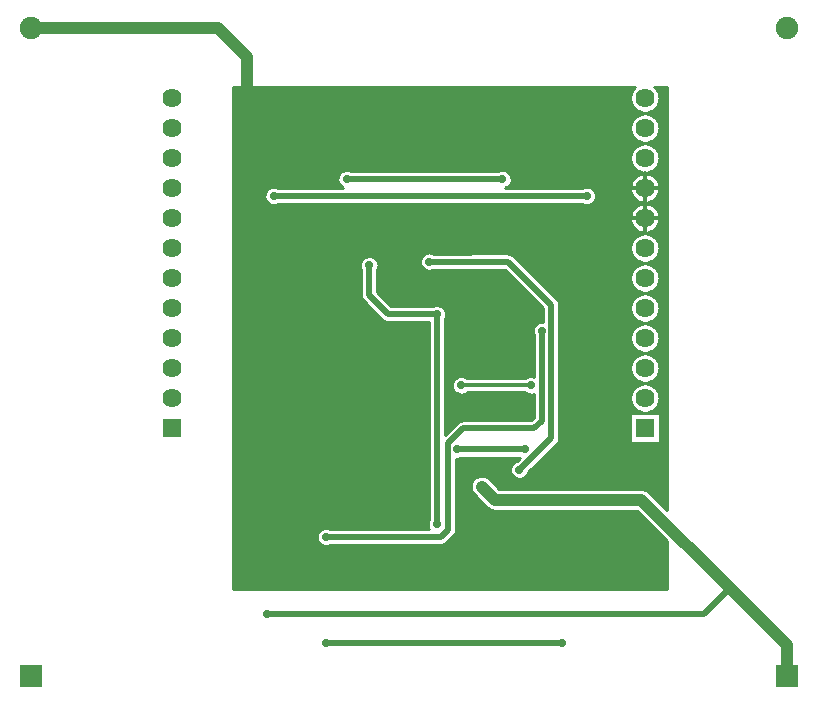
<source format=gbr>
G04 DipTrace 2.4.0.2*
%INBottom.gbr*%
%MOMM*%
%ADD14C,0.3*%
%ADD15C,0.25*%
%ADD16C,1.0*%
%ADD17C,0.5*%
%ADD21R,1.9X1.9*%
%ADD22C,1.9*%
%ADD26R,1.62X1.62*%
%ADD27C,1.62*%
%ADD34C,0.5*%
%ADD40C,0.7*%
%ADD41C,1.016*%
%FSLAX53Y53*%
G04*
G71*
G90*
G75*
G01*
%LNBottom*%
%LPD*%
X27580Y98770D2*
D16*
X43459D1*
X45926Y96303D1*
Y91064D1*
X68947Y61377D2*
D17*
X71646Y64076D1*
Y75346D1*
X67995Y78998D1*
X61326D1*
X52580Y55675D2*
X62295D1*
X62914Y56294D1*
Y63599D1*
X64183Y64868D1*
X70215D1*
X70851Y65504D1*
Y73124D1*
X52580Y46711D2*
X72580D1*
X69453Y63091D2*
X63708D1*
X91580Y43910D2*
D16*
Y46522D1*
X86769Y51333D1*
X79267Y58834D1*
X66883D1*
X65772Y59946D1*
X47580Y49140D2*
D17*
X84576D1*
X86769Y51333D1*
X61962Y74552D2*
X57834D1*
X56246Y76140D1*
Y78695D1*
X61962Y74552D2*
Y56770D1*
X67518Y85983D2*
X54326D1*
X64026Y68520D2*
D14*
X69899D1*
X74663Y84554D2*
D17*
X48149D1*
D40*
X68947Y61377D3*
X61326Y78998D3*
D3*
X52580Y55675D3*
X70851Y73124D3*
X72580Y46711D3*
X52580D3*
X69453Y63091D3*
X63708D3*
D41*
X65772Y59946D3*
D40*
X47580Y49140D3*
X61962Y74552D3*
X56246Y78695D3*
X61962Y56770D3*
Y74552D3*
X67518Y85983D3*
X54326D3*
X64026Y68520D3*
X69899D3*
X74663Y84554D3*
X48149D3*
D41*
X61167Y77093D3*
X67041Y80903D3*
X52595Y82808D3*
X58945Y92332D3*
X61485D3*
X73550Y75505D3*
Y73600D3*
Y71695D3*
X64978Y80903D3*
D40*
X67200Y72965D3*
Y71854D3*
Y70743D3*
X61009Y72965D3*
Y71854D3*
Y70743D3*
D41*
X57834Y59947D3*
Y58042D3*
X56246Y64709D3*
X72281Y55500D3*
X56246Y67725D3*
X75457Y55500D3*
X74980Y73600D3*
X68946Y70425D3*
Y66456D3*
X64080Y52640D3*
X67255D3*
X53905D3*
X57080D3*
X72281Y61000D3*
X75457D3*
X44730Y93548D2*
D15*
X78530D1*
X80630D2*
X81430D1*
X44730Y93302D2*
X78401D1*
X80759D2*
X81430D1*
X44730Y93055D2*
X78330D1*
X80830D2*
X81430D1*
X44730Y92808D2*
X78311D1*
X80849D2*
X81430D1*
X44730Y92562D2*
X78342D1*
X80818D2*
X81430D1*
X44730Y92315D2*
X78428D1*
X80732D2*
X81430D1*
X44730Y92068D2*
X78576D1*
X80584D2*
X81430D1*
X44730Y91822D2*
X78838D1*
X80322D2*
X81430D1*
X44730Y91575D2*
X81430D1*
X44730Y91328D2*
X78854D1*
X80306D2*
X81430D1*
X44730Y91082D2*
X78588D1*
X80572D2*
X81430D1*
X44730Y90835D2*
X78432D1*
X80728D2*
X81430D1*
X44730Y90588D2*
X78346D1*
X80814D2*
X81430D1*
X44730Y90342D2*
X78311D1*
X80849D2*
X81430D1*
X44730Y90095D2*
X78326D1*
X80834D2*
X81430D1*
X44730Y89848D2*
X78397D1*
X80763D2*
X81430D1*
X44730Y89602D2*
X78526D1*
X80634D2*
X81430D1*
X44730Y89355D2*
X78744D1*
X80416D2*
X81430D1*
X44730Y89108D2*
X79198D1*
X79962D2*
X81430D1*
X44730Y88862D2*
X78975D1*
X80185D2*
X81430D1*
X44730Y88615D2*
X78651D1*
X80509D2*
X81430D1*
X44730Y88368D2*
X78471D1*
X80689D2*
X81430D1*
X44730Y88122D2*
X78366D1*
X80794D2*
X81430D1*
X44730Y87875D2*
X78315D1*
X80845D2*
X81430D1*
X44730Y87628D2*
X78319D1*
X80841D2*
X81430D1*
X44730Y87382D2*
X78369D1*
X80791D2*
X81430D1*
X44730Y87135D2*
X78479D1*
X80681D2*
X81430D1*
X44730Y86888D2*
X78666D1*
X80494D2*
X81430D1*
X44730Y86642D2*
X53873D1*
X67970D2*
X79010D1*
X80150D2*
X81430D1*
X44730Y86395D2*
X53631D1*
X68212D2*
X79143D1*
X80017D2*
X81430D1*
X44730Y86148D2*
X53534D1*
X68310D2*
X78725D1*
X80435D2*
X81430D1*
X44730Y85902D2*
X53522D1*
X68322D2*
X78514D1*
X80646D2*
X81430D1*
X44730Y85655D2*
X53588D1*
X68255D2*
X78389D1*
X80771D2*
X81430D1*
X44730Y85408D2*
X53768D1*
X68076D2*
X78326D1*
X80834D2*
X81430D1*
X44730Y85162D2*
X47627D1*
X75185D2*
X78311D1*
X80849D2*
X81430D1*
X44730Y84915D2*
X47428D1*
X75384D2*
X78350D1*
X80810D2*
X81430D1*
X44730Y84668D2*
X47346D1*
X75462D2*
X78440D1*
X80720D2*
X81430D1*
X44730Y84422D2*
X47350D1*
X75462D2*
X78600D1*
X80560D2*
X81430D1*
X44730Y84175D2*
X47436D1*
X75373D2*
X78877D1*
X80283D2*
X81430D1*
X44730Y83928D2*
X47651D1*
X75162D2*
X81430D1*
X44730Y83682D2*
X78815D1*
X80345D2*
X81430D1*
X44730Y83435D2*
X78565D1*
X80595D2*
X81430D1*
X44730Y83188D2*
X78420D1*
X80740D2*
X81430D1*
X44730Y82942D2*
X78338D1*
X80822D2*
X81430D1*
X44730Y82695D2*
X78311D1*
X80849D2*
X81430D1*
X44730Y82448D2*
X78330D1*
X80830D2*
X81430D1*
X44730Y82202D2*
X78405D1*
X80755D2*
X81430D1*
X44730Y81955D2*
X78545D1*
X80615D2*
X81430D1*
X44730Y81708D2*
X78776D1*
X80384D2*
X81430D1*
X44730Y81462D2*
X79299D1*
X79861D2*
X81430D1*
X44730Y81215D2*
X78928D1*
X80232D2*
X81430D1*
X44730Y80968D2*
X78627D1*
X80533D2*
X81430D1*
X44730Y80722D2*
X78455D1*
X80705D2*
X81430D1*
X44730Y80475D2*
X78358D1*
X80802D2*
X81430D1*
X44730Y80228D2*
X78315D1*
X80845D2*
X81430D1*
X44730Y79982D2*
X78319D1*
X80841D2*
X81430D1*
X44730Y79735D2*
X61034D1*
X61619D2*
X78377D1*
X80783D2*
X81430D1*
X44730Y79488D2*
X60690D1*
X68498D2*
X78494D1*
X80666D2*
X81430D1*
X44730Y79242D2*
X55659D1*
X56834D2*
X60557D1*
X68744D2*
X78694D1*
X80466D2*
X81430D1*
X44730Y78995D2*
X55494D1*
X56998D2*
X60518D1*
X68990D2*
X79069D1*
X80091D2*
X81430D1*
X44730Y78748D2*
X55440D1*
X57052D2*
X60557D1*
X69236D2*
X79076D1*
X80084D2*
X81430D1*
X44730Y78502D2*
X55459D1*
X57033D2*
X60694D1*
X69482D2*
X78698D1*
X80462D2*
X81430D1*
X44730Y78255D2*
X55537D1*
X56955D2*
X61049D1*
X61603D2*
X67744D1*
X69732D2*
X78498D1*
X80662D2*
X81430D1*
X44730Y78008D2*
X55537D1*
X56955D2*
X67991D1*
X69978D2*
X78381D1*
X80779D2*
X81430D1*
X44730Y77762D2*
X55537D1*
X56955D2*
X68237D1*
X70224D2*
X78323D1*
X80837D2*
X81430D1*
X44730Y77515D2*
X55537D1*
X56955D2*
X68483D1*
X70470D2*
X78315D1*
X80845D2*
X81430D1*
X44730Y77268D2*
X55537D1*
X56955D2*
X68729D1*
X70716D2*
X78354D1*
X80806D2*
X81430D1*
X44730Y77022D2*
X55537D1*
X56955D2*
X68979D1*
X70962D2*
X78451D1*
X80709D2*
X81430D1*
X44730Y76775D2*
X55537D1*
X56955D2*
X69225D1*
X71212D2*
X78623D1*
X80537D2*
X81430D1*
X44730Y76528D2*
X55537D1*
X56955D2*
X69471D1*
X71459D2*
X78920D1*
X80240D2*
X81430D1*
X44730Y76282D2*
X55537D1*
X57099D2*
X69717D1*
X71705D2*
X79319D1*
X79841D2*
X81430D1*
X44730Y76035D2*
X55545D1*
X57345D2*
X69963D1*
X71951D2*
X78780D1*
X80380D2*
X81430D1*
X44730Y75788D2*
X55635D1*
X57591D2*
X70209D1*
X72193D2*
X78545D1*
X80615D2*
X81430D1*
X44730Y75542D2*
X55850D1*
X57837D2*
X70455D1*
X72326D2*
X78409D1*
X80752D2*
X81430D1*
X44730Y75295D2*
X56096D1*
X58084D2*
X61682D1*
X62240D2*
X70705D1*
X72357D2*
X78334D1*
X80826D2*
X81430D1*
X44730Y75048D2*
X56346D1*
X62595D2*
X70936D1*
X72357D2*
X78311D1*
X80849D2*
X81430D1*
X44730Y74802D2*
X56592D1*
X62732D2*
X70936D1*
X72357D2*
X78338D1*
X80822D2*
X81430D1*
X44730Y74555D2*
X56838D1*
X62771D2*
X70936D1*
X72357D2*
X78416D1*
X80744D2*
X81430D1*
X44730Y74308D2*
X57084D1*
X62732D2*
X70936D1*
X72357D2*
X78565D1*
X80595D2*
X81430D1*
X44730Y74062D2*
X57330D1*
X62669D2*
X70936D1*
X72357D2*
X78811D1*
X80349D2*
X81430D1*
X44730Y73815D2*
X61252D1*
X62669D2*
X70455D1*
X72357D2*
X81430D1*
X44730Y73568D2*
X61252D1*
X62669D2*
X70178D1*
X72357D2*
X78885D1*
X80275D2*
X81430D1*
X44730Y73322D2*
X61252D1*
X62669D2*
X70069D1*
X72357D2*
X78604D1*
X80556D2*
X81430D1*
X44730Y73075D2*
X61252D1*
X62669D2*
X70041D1*
X72357D2*
X78440D1*
X80720D2*
X81430D1*
X44730Y72828D2*
X61252D1*
X62669D2*
X63100D1*
X64037D2*
X64600D1*
X65537D2*
X70100D1*
X72357D2*
X78350D1*
X80810D2*
X81430D1*
X44730Y72582D2*
X61252D1*
X62669D2*
X62916D1*
X64220D2*
X64416D1*
X65720D2*
X70143D1*
X72357D2*
X78311D1*
X80849D2*
X81430D1*
X44730Y72335D2*
X61252D1*
X62669D2*
X62862D1*
X65779D2*
X70143D1*
X72357D2*
X78323D1*
X80837D2*
X81430D1*
X44730Y72088D2*
X61252D1*
X62669D2*
X62897D1*
X65744D2*
X70143D1*
X72357D2*
X78389D1*
X80771D2*
X81430D1*
X44730Y71842D2*
X61252D1*
X62669D2*
X63041D1*
X65595D2*
X70143D1*
X72357D2*
X78510D1*
X80650D2*
X81430D1*
X44730Y71595D2*
X61252D1*
X62669D2*
X62924D1*
X65716D2*
X70143D1*
X72357D2*
X78721D1*
X80439D2*
X81430D1*
X44730Y71348D2*
X61252D1*
X62669D2*
X62862D1*
X65779D2*
X70143D1*
X72357D2*
X79135D1*
X80025D2*
X81430D1*
X44730Y71102D2*
X61252D1*
X62669D2*
X62893D1*
X64248D2*
X64390D1*
X65748D2*
X70143D1*
X72357D2*
X79014D1*
X80146D2*
X81430D1*
X44730Y70855D2*
X61252D1*
X62669D2*
X63030D1*
X64107D2*
X64530D1*
X65607D2*
X70143D1*
X72357D2*
X78670D1*
X80490D2*
X81430D1*
X44730Y70608D2*
X61252D1*
X62669D2*
X70143D1*
X72357D2*
X78479D1*
X80681D2*
X81430D1*
X44730Y70362D2*
X61252D1*
X62669D2*
X70143D1*
X72357D2*
X78369D1*
X80791D2*
X81430D1*
X44730Y70115D2*
X61252D1*
X62669D2*
X70143D1*
X72357D2*
X78319D1*
X80841D2*
X81430D1*
X44730Y69868D2*
X61252D1*
X62669D2*
X70143D1*
X72357D2*
X78315D1*
X80845D2*
X81430D1*
X44730Y69622D2*
X61252D1*
X62669D2*
X70143D1*
X72357D2*
X78362D1*
X80798D2*
X81430D1*
X44730Y69375D2*
X61252D1*
X62669D2*
X70143D1*
X72357D2*
X78467D1*
X80693D2*
X81430D1*
X44730Y69128D2*
X61252D1*
X62669D2*
X63506D1*
X64548D2*
X69377D1*
X72357D2*
X78647D1*
X80513D2*
X81430D1*
X44730Y68882D2*
X61252D1*
X62669D2*
X63303D1*
X72357D2*
X78971D1*
X80189D2*
X81430D1*
X44730Y68635D2*
X61252D1*
X62669D2*
X63225D1*
X72357D2*
X79205D1*
X79955D2*
X81430D1*
X44730Y68388D2*
X61252D1*
X62669D2*
X63229D1*
X72357D2*
X78748D1*
X80412D2*
X81430D1*
X44730Y68142D2*
X61252D1*
X62669D2*
X63315D1*
X72357D2*
X78526D1*
X80634D2*
X81430D1*
X44730Y67895D2*
X61252D1*
X62669D2*
X63526D1*
X64525D2*
X69401D1*
X72357D2*
X78397D1*
X80763D2*
X81430D1*
X44730Y67648D2*
X61252D1*
X62669D2*
X70143D1*
X72357D2*
X78326D1*
X80834D2*
X81430D1*
X44730Y67402D2*
X61252D1*
X62669D2*
X70143D1*
X72357D2*
X78311D1*
X80849D2*
X81430D1*
X44730Y67155D2*
X61252D1*
X62669D2*
X70143D1*
X72357D2*
X78342D1*
X80818D2*
X81430D1*
X44730Y66908D2*
X61252D1*
X62669D2*
X70143D1*
X72357D2*
X78428D1*
X80732D2*
X81430D1*
X44730Y66662D2*
X61252D1*
X62669D2*
X70143D1*
X72357D2*
X78584D1*
X80576D2*
X81430D1*
X44730Y66415D2*
X61252D1*
X62669D2*
X70143D1*
X72357D2*
X78850D1*
X80310D2*
X81430D1*
X44730Y66168D2*
X61252D1*
X62669D2*
X70143D1*
X72357D2*
X81430D1*
X44730Y65922D2*
X61252D1*
X62669D2*
X70143D1*
X72357D2*
X78311D1*
X80849D2*
X81430D1*
X44730Y65675D2*
X61252D1*
X62669D2*
X70030D1*
X72357D2*
X78311D1*
X80849D2*
X81430D1*
X44730Y65428D2*
X61252D1*
X62669D2*
X63764D1*
X72357D2*
X78311D1*
X80849D2*
X81430D1*
X44730Y65182D2*
X61252D1*
X62669D2*
X63502D1*
X72357D2*
X78311D1*
X80849D2*
X81430D1*
X44730Y64935D2*
X61252D1*
X62669D2*
X63256D1*
X72357D2*
X78311D1*
X80849D2*
X81430D1*
X44730Y64688D2*
X61252D1*
X62669D2*
X63010D1*
X72357D2*
X78311D1*
X80849D2*
X81430D1*
X44730Y64442D2*
X61252D1*
X72357D2*
X78311D1*
X80849D2*
X81430D1*
X44730Y64195D2*
X61252D1*
X72357D2*
X78311D1*
X80849D2*
X81430D1*
X44730Y63948D2*
X61252D1*
X72345D2*
X78311D1*
X80849D2*
X81430D1*
X44730Y63702D2*
X61252D1*
X72244D2*
X78311D1*
X80849D2*
X81430D1*
X44730Y63455D2*
X61252D1*
X72017D2*
X81430D1*
X44730Y63208D2*
X61252D1*
X71771D2*
X81430D1*
X44730Y62962D2*
X61252D1*
X71525D2*
X81430D1*
X44730Y62715D2*
X61252D1*
X71279D2*
X81430D1*
X44730Y62468D2*
X61252D1*
X71033D2*
X81430D1*
X44730Y62222D2*
X61252D1*
X63623D2*
X68799D1*
X70787D2*
X81430D1*
X44730Y61975D2*
X61252D1*
X63623D2*
X68412D1*
X70537D2*
X81430D1*
X44730Y61728D2*
X61252D1*
X63623D2*
X68221D1*
X70291D2*
X81430D1*
X44730Y61482D2*
X61252D1*
X63623D2*
X68143D1*
X70044D2*
X81430D1*
X44730Y61235D2*
X61252D1*
X63623D2*
X68151D1*
X69798D2*
X81430D1*
X44730Y60988D2*
X61252D1*
X63623D2*
X68241D1*
X69654D2*
X81430D1*
X44730Y60742D2*
X61252D1*
X63623D2*
X65241D1*
X66302D2*
X68463D1*
X69431D2*
X81430D1*
X44730Y60495D2*
X61252D1*
X63623D2*
X64979D1*
X66568D2*
X81430D1*
X44730Y60248D2*
X61252D1*
X63623D2*
X64854D1*
X66818D2*
X81430D1*
X44730Y60002D2*
X61252D1*
X63623D2*
X64807D1*
X67064D2*
X81430D1*
X44730Y59755D2*
X61252D1*
X63623D2*
X64823D1*
X79455D2*
X81430D1*
X44730Y59508D2*
X61252D1*
X63623D2*
X64912D1*
X79939D2*
X81430D1*
X44730Y59262D2*
X61252D1*
X63623D2*
X65100D1*
X80185D2*
X81430D1*
X44730Y59015D2*
X61252D1*
X63623D2*
X65358D1*
X80435D2*
X81430D1*
X44730Y58768D2*
X61252D1*
X63623D2*
X65604D1*
X80681D2*
X81430D1*
X44730Y58522D2*
X61252D1*
X63623D2*
X65850D1*
X80927D2*
X81430D1*
X44730Y58275D2*
X61252D1*
X63623D2*
X66096D1*
X81173D2*
X81430D1*
X44730Y58028D2*
X61252D1*
X63623D2*
X66385D1*
X44730Y57782D2*
X61252D1*
X63623D2*
X78975D1*
X44730Y57535D2*
X61252D1*
X63623D2*
X79221D1*
X44730Y57288D2*
X61252D1*
X63623D2*
X79467D1*
X44730Y57042D2*
X61202D1*
X63623D2*
X79713D1*
X44730Y56795D2*
X61151D1*
X63623D2*
X79959D1*
X44730Y56548D2*
X61186D1*
X63623D2*
X80205D1*
X44730Y56302D2*
X52084D1*
X63623D2*
X80451D1*
X44730Y56055D2*
X51869D1*
X63580D2*
X80701D1*
X44730Y55808D2*
X51784D1*
X63423D2*
X80948D1*
X44730Y55562D2*
X51780D1*
X63173D2*
X81194D1*
X44730Y55315D2*
X51858D1*
X62927D2*
X81430D1*
X44730Y55068D2*
X52057D1*
X62638D2*
X81430D1*
X44730Y54822D2*
X81430D1*
X44730Y54575D2*
X81430D1*
X44730Y54328D2*
X81430D1*
X44730Y54082D2*
X81430D1*
X44730Y53835D2*
X81430D1*
X44730Y53588D2*
X81430D1*
X44730Y53342D2*
X81430D1*
X44730Y53095D2*
X81430D1*
X44730Y52848D2*
X81430D1*
X44730Y52602D2*
X81430D1*
X44730Y52355D2*
X81430D1*
X44730Y52108D2*
X81430D1*
X44730Y51862D2*
X81430D1*
X44730Y51615D2*
X81430D1*
X44730Y51368D2*
X81430D1*
X78460Y66145D2*
X80825D1*
Y63655D1*
X78335D1*
Y66145D1*
X78460D1*
X80819Y67315D2*
X80800Y67192D1*
X80769Y67071D1*
X80726Y66953D1*
X80671Y66841D1*
X80606Y66735D1*
X80530Y66635D1*
X80445Y66544D1*
X80350Y66462D1*
X80248Y66390D1*
X80140Y66328D1*
X80026Y66277D1*
X79907Y66239D1*
X79785Y66212D1*
X79661Y66198D1*
X79536Y66196D1*
X79411Y66207D1*
X79288Y66230D1*
X79169Y66265D1*
X79053Y66312D1*
X78942Y66371D1*
X78838Y66440D1*
X78742Y66519D1*
X78654Y66608D1*
X78575Y66705D1*
X78507Y66809D1*
X78449Y66920D1*
X78402Y67036D1*
X78368Y67156D1*
X78345Y67279D1*
X78336Y67404D1*
X78338Y67529D1*
X78353Y67653D1*
X78381Y67775D1*
X78420Y67893D1*
X78472Y68007D1*
X78534Y68115D1*
X78607Y68217D1*
X78690Y68310D1*
X78781Y68395D1*
X78881Y68470D1*
X78988Y68535D1*
X79101Y68589D1*
X79218Y68631D1*
X79340Y68662D1*
X79463Y68680D1*
X79588Y68685D1*
X79713Y68678D1*
X79836Y68658D1*
X79957Y68627D1*
X80074Y68583D1*
X80186Y68527D1*
X80292Y68461D1*
X80391Y68385D1*
X80481Y68299D1*
X80563Y68204D1*
X80635Y68102D1*
X80696Y67993D1*
X80745Y67878D1*
X80783Y67759D1*
X80809Y67637D1*
X80825Y67440D1*
X80819Y67315D1*
Y69855D2*
X80800Y69732D1*
X80769Y69611D1*
X80726Y69493D1*
X80671Y69381D1*
X80606Y69275D1*
X80530Y69175D1*
X80445Y69084D1*
X80350Y69002D1*
X80248Y68930D1*
X80140Y68868D1*
X80026Y68817D1*
X79907Y68779D1*
X79785Y68752D1*
X79661Y68738D1*
X79536Y68736D1*
X79411Y68747D1*
X79288Y68770D1*
X79169Y68805D1*
X79053Y68852D1*
X78942Y68911D1*
X78838Y68980D1*
X78742Y69059D1*
X78654Y69148D1*
X78575Y69245D1*
X78507Y69349D1*
X78449Y69460D1*
X78402Y69576D1*
X78368Y69696D1*
X78345Y69819D1*
X78336Y69944D1*
X78338Y70069D1*
X78353Y70193D1*
X78381Y70315D1*
X78420Y70433D1*
X78472Y70547D1*
X78534Y70655D1*
X78607Y70757D1*
X78690Y70850D1*
X78781Y70935D1*
X78881Y71010D1*
X78988Y71075D1*
X79101Y71129D1*
X79218Y71171D1*
X79340Y71202D1*
X79463Y71219D1*
X79588Y71225D1*
X79713Y71218D1*
X79836Y71198D1*
X79957Y71167D1*
X80074Y71123D1*
X80186Y71067D1*
X80292Y71001D1*
X80391Y70925D1*
X80481Y70839D1*
X80563Y70744D1*
X80635Y70642D1*
X80696Y70533D1*
X80745Y70418D1*
X80783Y70299D1*
X80809Y70177D1*
X80825Y69980D1*
X80819Y69855D1*
Y72395D2*
X80800Y72272D1*
X80769Y72151D1*
X80726Y72033D1*
X80671Y71921D1*
X80606Y71815D1*
X80530Y71715D1*
X80445Y71624D1*
X80350Y71542D1*
X80248Y71470D1*
X80140Y71408D1*
X80026Y71357D1*
X79907Y71319D1*
X79785Y71292D1*
X79661Y71278D1*
X79536Y71276D1*
X79411Y71287D1*
X79288Y71310D1*
X79169Y71345D1*
X79053Y71392D1*
X78942Y71451D1*
X78838Y71520D1*
X78742Y71599D1*
X78654Y71688D1*
X78575Y71785D1*
X78507Y71889D1*
X78449Y72000D1*
X78402Y72116D1*
X78368Y72236D1*
X78345Y72359D1*
X78336Y72484D1*
X78338Y72609D1*
X78353Y72733D1*
X78381Y72855D1*
X78420Y72973D1*
X78472Y73087D1*
X78534Y73195D1*
X78607Y73297D1*
X78690Y73390D1*
X78781Y73475D1*
X78881Y73550D1*
X78988Y73615D1*
X79101Y73669D1*
X79218Y73711D1*
X79340Y73742D1*
X79463Y73760D1*
X79588Y73765D1*
X79713Y73758D1*
X79836Y73738D1*
X79957Y73707D1*
X80074Y73663D1*
X80186Y73607D1*
X80292Y73541D1*
X80391Y73465D1*
X80481Y73379D1*
X80563Y73284D1*
X80635Y73182D1*
X80696Y73073D1*
X80745Y72958D1*
X80783Y72839D1*
X80809Y72717D1*
X80825Y72520D1*
X80819Y72395D1*
Y74935D2*
X80800Y74812D1*
X80769Y74691D1*
X80726Y74573D1*
X80671Y74461D1*
X80606Y74355D1*
X80530Y74255D1*
X80445Y74164D1*
X80350Y74082D1*
X80248Y74010D1*
X80140Y73948D1*
X80026Y73897D1*
X79907Y73859D1*
X79785Y73832D1*
X79661Y73818D1*
X79536Y73816D1*
X79411Y73827D1*
X79288Y73850D1*
X79169Y73885D1*
X79053Y73932D1*
X78942Y73991D1*
X78838Y74060D1*
X78742Y74139D1*
X78654Y74228D1*
X78575Y74325D1*
X78507Y74429D1*
X78449Y74540D1*
X78402Y74656D1*
X78368Y74776D1*
X78345Y74899D1*
X78336Y75024D1*
X78338Y75149D1*
X78353Y75273D1*
X78381Y75395D1*
X78420Y75513D1*
X78472Y75627D1*
X78534Y75735D1*
X78607Y75837D1*
X78690Y75930D1*
X78781Y76015D1*
X78881Y76090D1*
X78988Y76155D1*
X79101Y76209D1*
X79218Y76251D1*
X79340Y76282D1*
X79463Y76300D1*
X79588Y76305D1*
X79713Y76298D1*
X79836Y76278D1*
X79957Y76247D1*
X80074Y76203D1*
X80186Y76147D1*
X80292Y76081D1*
X80391Y76005D1*
X80481Y75919D1*
X80563Y75824D1*
X80635Y75722D1*
X80696Y75613D1*
X80745Y75498D1*
X80783Y75379D1*
X80809Y75257D1*
X80825Y75060D1*
X80819Y74935D1*
Y77475D2*
X80800Y77352D1*
X80769Y77231D1*
X80726Y77113D1*
X80671Y77001D1*
X80606Y76895D1*
X80530Y76795D1*
X80445Y76704D1*
X80350Y76622D1*
X80248Y76550D1*
X80140Y76488D1*
X80026Y76437D1*
X79907Y76399D1*
X79785Y76372D1*
X79661Y76358D1*
X79536Y76356D1*
X79411Y76367D1*
X79288Y76390D1*
X79169Y76425D1*
X79053Y76472D1*
X78942Y76531D1*
X78838Y76600D1*
X78742Y76679D1*
X78654Y76768D1*
X78575Y76865D1*
X78507Y76969D1*
X78449Y77080D1*
X78402Y77196D1*
X78368Y77316D1*
X78345Y77439D1*
X78336Y77564D1*
X78338Y77689D1*
X78353Y77813D1*
X78381Y77935D1*
X78420Y78053D1*
X78472Y78167D1*
X78534Y78275D1*
X78607Y78377D1*
X78690Y78470D1*
X78781Y78555D1*
X78881Y78630D1*
X78988Y78695D1*
X79101Y78749D1*
X79218Y78791D1*
X79340Y78822D1*
X79463Y78840D1*
X79588Y78845D1*
X79713Y78838D1*
X79836Y78818D1*
X79957Y78787D1*
X80074Y78743D1*
X80186Y78687D1*
X80292Y78621D1*
X80391Y78545D1*
X80481Y78459D1*
X80563Y78364D1*
X80635Y78262D1*
X80696Y78153D1*
X80745Y78038D1*
X80783Y77919D1*
X80809Y77797D1*
X80825Y77600D1*
X80819Y77475D1*
Y80015D2*
X80800Y79892D1*
X80769Y79771D1*
X80726Y79653D1*
X80671Y79541D1*
X80606Y79435D1*
X80530Y79335D1*
X80445Y79244D1*
X80350Y79162D1*
X80248Y79090D1*
X80140Y79028D1*
X80026Y78977D1*
X79907Y78939D1*
X79785Y78912D1*
X79661Y78898D1*
X79536Y78896D1*
X79411Y78907D1*
X79288Y78930D1*
X79169Y78965D1*
X79053Y79012D1*
X78942Y79071D1*
X78838Y79140D1*
X78742Y79219D1*
X78654Y79308D1*
X78575Y79405D1*
X78507Y79509D1*
X78449Y79620D1*
X78402Y79736D1*
X78368Y79856D1*
X78345Y79979D1*
X78336Y80104D1*
X78338Y80229D1*
X78353Y80353D1*
X78381Y80475D1*
X78420Y80593D1*
X78472Y80707D1*
X78534Y80815D1*
X78607Y80917D1*
X78690Y81010D1*
X78781Y81095D1*
X78881Y81170D1*
X78988Y81235D1*
X79101Y81289D1*
X79218Y81331D1*
X79340Y81362D1*
X79463Y81380D1*
X79588Y81385D1*
X79713Y81378D1*
X79836Y81358D1*
X79957Y81327D1*
X80074Y81283D1*
X80186Y81227D1*
X80292Y81161D1*
X80391Y81085D1*
X80481Y80999D1*
X80563Y80904D1*
X80635Y80802D1*
X80696Y80693D1*
X80745Y80578D1*
X80783Y80459D1*
X80809Y80337D1*
X80825Y80140D1*
X80819Y80015D1*
X80825Y82655D2*
X80809Y82481D1*
X80769Y82311D1*
X80705Y82148D1*
X80620Y81995D1*
X80514Y81856D1*
X80389Y81734D1*
X80248Y81630D1*
X80095Y81546D1*
X79931Y81485D1*
X79760Y81448D1*
X79586Y81435D1*
X79411Y81447D1*
X79240Y81482D1*
X79076Y81542D1*
X78921Y81624D1*
X78780Y81726D1*
X78654Y81848D1*
X78546Y81986D1*
X78459Y82138D1*
X78394Y82300D1*
X78353Y82470D1*
X78336Y82644D1*
X78343Y82818D1*
X78374Y82990D1*
X78430Y83156D1*
X78508Y83313D1*
X78607Y83457D1*
X78725Y83585D1*
X78861Y83696D1*
X79010Y83787D1*
X79171Y83856D1*
X79340Y83902D1*
X79513Y83923D1*
X79688Y83920D1*
X79861Y83893D1*
X80028Y83842D1*
X80186Y83767D1*
X80333Y83672D1*
X80464Y83557D1*
X80578Y83424D1*
X80673Y83277D1*
X80745Y83118D1*
X80795Y82950D1*
X80821Y82777D1*
X80825Y82655D1*
Y85195D2*
X80809Y85021D1*
X80769Y84851D1*
X80705Y84688D1*
X80620Y84535D1*
X80514Y84396D1*
X80389Y84274D1*
X80248Y84170D1*
X80095Y84086D1*
X79931Y84025D1*
X79760Y83988D1*
X79586Y83975D1*
X79411Y83987D1*
X79240Y84022D1*
X79076Y84082D1*
X78921Y84164D1*
X78780Y84266D1*
X78654Y84388D1*
X78546Y84526D1*
X78459Y84678D1*
X78394Y84840D1*
X78353Y85010D1*
X78336Y85184D1*
X78343Y85358D1*
X78374Y85530D1*
X78430Y85696D1*
X78508Y85853D1*
X78607Y85997D1*
X78725Y86125D1*
X78861Y86236D1*
X79010Y86327D1*
X79171Y86396D1*
X79340Y86442D1*
X79513Y86463D1*
X79688Y86460D1*
X79861Y86433D1*
X80028Y86382D1*
X80186Y86307D1*
X80333Y86212D1*
X80464Y86097D1*
X80578Y85964D1*
X80673Y85817D1*
X80745Y85658D1*
X80795Y85490D1*
X80821Y85317D1*
X80825Y85195D1*
X80819Y87635D2*
X80800Y87512D1*
X80769Y87391D1*
X80726Y87273D1*
X80671Y87161D1*
X80606Y87055D1*
X80530Y86955D1*
X80445Y86864D1*
X80350Y86782D1*
X80248Y86710D1*
X80140Y86648D1*
X80026Y86597D1*
X79907Y86559D1*
X79785Y86532D1*
X79661Y86518D1*
X79536Y86516D1*
X79411Y86526D1*
X79288Y86550D1*
X79169Y86585D1*
X79053Y86632D1*
X78942Y86691D1*
X78838Y86760D1*
X78742Y86839D1*
X78654Y86928D1*
X78575Y87025D1*
X78507Y87129D1*
X78449Y87240D1*
X78402Y87356D1*
X78368Y87476D1*
X78345Y87599D1*
X78336Y87724D1*
X78338Y87849D1*
X78353Y87973D1*
X78381Y88095D1*
X78420Y88213D1*
X78472Y88327D1*
X78534Y88435D1*
X78607Y88537D1*
X78690Y88630D1*
X78781Y88715D1*
X78881Y88790D1*
X78988Y88855D1*
X79101Y88909D1*
X79218Y88951D1*
X79340Y88982D1*
X79463Y89000D1*
X79588Y89005D1*
X79713Y88998D1*
X79836Y88978D1*
X79957Y88947D1*
X80074Y88903D1*
X80186Y88847D1*
X80292Y88781D1*
X80391Y88705D1*
X80481Y88619D1*
X80563Y88524D1*
X80635Y88422D1*
X80696Y88313D1*
X80745Y88198D1*
X80783Y88079D1*
X80809Y87957D1*
X80825Y87760D1*
X80819Y87635D1*
Y90175D2*
X80800Y90052D1*
X80769Y89931D1*
X80726Y89813D1*
X80671Y89701D1*
X80606Y89595D1*
X80530Y89495D1*
X80445Y89404D1*
X80350Y89322D1*
X80248Y89250D1*
X80140Y89188D1*
X80026Y89137D1*
X79907Y89099D1*
X79785Y89072D1*
X79661Y89058D1*
X79536Y89056D1*
X79411Y89067D1*
X79288Y89090D1*
X79169Y89125D1*
X79053Y89172D1*
X78942Y89231D1*
X78838Y89300D1*
X78742Y89379D1*
X78654Y89468D1*
X78575Y89565D1*
X78507Y89669D1*
X78449Y89780D1*
X78402Y89896D1*
X78368Y90016D1*
X78345Y90139D1*
X78336Y90264D1*
X78338Y90389D1*
X78353Y90513D1*
X78381Y90635D1*
X78420Y90753D1*
X78472Y90867D1*
X78534Y90975D1*
X78607Y91077D1*
X78690Y91170D1*
X78781Y91255D1*
X78881Y91330D1*
X78988Y91395D1*
X79101Y91449D1*
X79218Y91491D1*
X79340Y91522D1*
X79463Y91540D1*
X79588Y91545D1*
X79713Y91538D1*
X79836Y91518D1*
X79957Y91487D1*
X80074Y91443D1*
X80186Y91387D1*
X80292Y91321D1*
X80391Y91245D1*
X80481Y91159D1*
X80563Y91064D1*
X80635Y90962D1*
X80696Y90853D1*
X80745Y90738D1*
X80783Y90619D1*
X80809Y90497D1*
X80825Y90300D1*
X80819Y90175D1*
Y92715D2*
X80800Y92592D1*
X80769Y92471D1*
X80726Y92353D1*
X80671Y92241D1*
X80606Y92135D1*
X80530Y92035D1*
X80445Y91944D1*
X80350Y91862D1*
X80248Y91790D1*
X80140Y91728D1*
X80026Y91677D1*
X79907Y91639D1*
X79785Y91612D1*
X79661Y91598D1*
X79536Y91596D1*
X79411Y91606D1*
X79288Y91630D1*
X79169Y91665D1*
X79053Y91712D1*
X78942Y91771D1*
X78838Y91840D1*
X78742Y91919D1*
X78654Y92008D1*
X78575Y92105D1*
X78507Y92209D1*
X78449Y92320D1*
X78402Y92436D1*
X78368Y92556D1*
X78345Y92679D1*
X78336Y92804D1*
X78338Y92929D1*
X78353Y93053D1*
X78381Y93175D1*
X78420Y93293D1*
X78472Y93407D1*
X78534Y93515D1*
X78607Y93617D1*
X78690Y93710D1*
X78785Y93798D1*
X77205Y93795D1*
X44705D1*
Y51265D1*
X81455D1*
Y55324D1*
X78879Y57900D1*
X66883Y57899D1*
X66759Y57908D1*
X66636Y57933D1*
X66518Y57974D1*
X66407Y58030D1*
X66304Y58101D1*
X66134Y58262D1*
X65177Y59214D1*
X65086Y59299D1*
X65006Y59396D1*
X64940Y59502D1*
X64889Y59615D1*
X64853Y59735D1*
X64833Y59858D1*
X64830Y59983D1*
X64843Y60107D1*
X64872Y60229D1*
X64918Y60345D1*
X64978Y60455D1*
X65052Y60555D1*
X65139Y60645D1*
X65237Y60722D1*
X65344Y60786D1*
X65459Y60835D1*
X65579Y60869D1*
X65703Y60886D1*
X65828Y60887D1*
X65952Y60871D1*
X66073Y60840D1*
X66188Y60792D1*
X66296Y60729D1*
X66395Y60653D1*
X66521Y60519D1*
X67270Y59770D1*
X79267Y59769D1*
X79392Y59761D1*
X79514Y59736D1*
X79632Y59695D1*
X79744Y59639D1*
X79847Y59568D1*
X80017Y59407D1*
X81456Y57968D1*
X81455Y93795D1*
X80381D1*
X80481Y93699D1*
X80563Y93604D1*
X80635Y93502D1*
X80696Y93393D1*
X80745Y93278D1*
X80783Y93159D1*
X80809Y93037D1*
X80825Y92840D1*
X80819Y92715D1*
X63101Y71807D2*
X63013Y71907D1*
X62950Y72015D1*
X62907Y72132D1*
X62886Y72255D1*
X62888Y72380D1*
X62913Y72502D1*
X62959Y72618D1*
X63026Y72724D1*
X63110Y72816D1*
X63210Y72891D1*
X63322Y72946D1*
X63442Y72980D1*
X63566Y72992D1*
X63691Y72981D1*
X63811Y72948D1*
X63923Y72894D1*
X64024Y72820D1*
X64109Y72729D1*
X64177Y72624D1*
X64224Y72508D1*
X64230Y72486D1*
X64366Y72491D1*
X64409Y72486D1*
X64448Y72596D1*
X64511Y72704D1*
X64592Y72799D1*
X64689Y72877D1*
X64799Y72937D1*
X64918Y72975D1*
X65041Y72992D1*
X65166Y72985D1*
X65287Y72957D1*
X65402Y72906D1*
X65505Y72836D1*
X65594Y72748D1*
X65665Y72646D1*
X65716Y72532D1*
X65746Y72411D1*
X65754Y72282D1*
X65738Y72158D1*
X65700Y72040D1*
X65641Y71930D1*
X65563Y71832D1*
X65538Y71808D1*
X65624Y71709D1*
X65688Y71601D1*
X65731Y71484D1*
X65752Y71361D1*
X65750Y71232D1*
X65725Y71110D1*
X65679Y70994D1*
X65612Y70889D1*
X65527Y70797D1*
X65427Y70723D1*
X65315Y70668D1*
X65195Y70634D1*
X65070Y70622D1*
X64946Y70633D1*
X64826Y70667D1*
X64714Y70722D1*
X64613Y70796D1*
X64528Y70887D1*
X64461Y70993D1*
X64414Y71108D1*
X64408Y71128D1*
X64295Y71123D1*
X64231Y71128D1*
X64179Y70994D1*
X64112Y70889D1*
X64027Y70797D1*
X63927Y70723D1*
X63815Y70668D1*
X63695Y70634D1*
X63570Y70622D1*
X63446Y70633D1*
X63326Y70667D1*
X63214Y70722D1*
X63113Y70796D1*
X63028Y70887D1*
X62961Y70993D1*
X62914Y71108D1*
X62889Y71230D1*
X62886Y71355D1*
X62906Y71478D1*
X62948Y71596D1*
X63011Y71704D1*
X63102Y71808D1*
X68731Y62130D2*
X69007Y62406D1*
X64090D1*
X63938Y62341D1*
X63816Y62314D1*
X63691Y62306D1*
X63602Y62316D1*
X63599Y60724D1*
Y56294D1*
X63588Y56170D1*
X63554Y56050D1*
X63499Y55938D1*
X63398Y55810D1*
X62779Y55190D1*
X62683Y55110D1*
X62574Y55049D1*
X62456Y55009D1*
X62295Y54990D1*
X52963D1*
X52810Y54924D1*
X52688Y54897D1*
X52563Y54890D1*
X52439Y54903D1*
X52318Y54935D1*
X52204Y54986D1*
X52100Y55054D1*
X52007Y55138D1*
X51929Y55235D1*
X51868Y55344D1*
X51825Y55461D1*
X51800Y55584D1*
X51796Y55709D1*
X51811Y55832D1*
X51846Y55952D1*
X51899Y56065D1*
X51970Y56168D1*
X52056Y56259D1*
X52155Y56335D1*
X52265Y56394D1*
X52383Y56435D1*
X52506Y56456D1*
X52631Y56458D1*
X52754Y56440D1*
X52873Y56403D1*
X52961Y56359D1*
X61295Y56360D1*
X61249Y56440D1*
X61206Y56557D1*
X61182Y56680D1*
X61177Y56804D1*
X61193Y56928D1*
X61227Y57048D1*
X61276Y57151D1*
Y73868D1*
X57834Y73867D1*
X57709Y73879D1*
X57589Y73912D1*
X57477Y73967D1*
X57349Y74068D1*
X55762Y75656D1*
X55682Y75752D1*
X55621Y75860D1*
X55580Y75979D1*
X55561Y76140D1*
Y78316D1*
X55490Y78482D1*
X55466Y78604D1*
X55462Y78729D1*
X55477Y78853D1*
X55512Y78973D1*
X55565Y79086D1*
X55636Y79189D1*
X55722Y79279D1*
X55821Y79355D1*
X55931Y79414D1*
X56049Y79455D1*
X56172Y79477D1*
X56297Y79478D1*
X56420Y79460D1*
X56539Y79423D1*
X56651Y79367D1*
X56753Y79295D1*
X56841Y79207D1*
X56915Y79106D1*
X56971Y78995D1*
X57010Y78876D1*
X57031Y78695D1*
X57021Y78571D1*
X56991Y78449D1*
X56929Y78311D1*
X56931Y76425D1*
X58120Y75235D1*
X60334Y75237D1*
X61580D1*
X61646Y75271D1*
X61764Y75312D1*
X61887Y75334D1*
X62012Y75336D1*
X62136Y75318D1*
X62255Y75280D1*
X62367Y75225D1*
X62468Y75152D1*
X62557Y75064D1*
X62630Y74963D1*
X62687Y74852D1*
X62725Y74733D1*
X62747Y74552D1*
X62737Y74428D1*
X62707Y74307D1*
X62644Y74168D1*
X62647Y71677D1*
Y64298D1*
X63698Y65352D1*
X63794Y65432D1*
X63903Y65493D1*
X64021Y65533D1*
X64183Y65553D1*
X69929D1*
X70164Y65786D1*
X70166Y67781D1*
X70007Y67742D1*
X69882Y67735D1*
X69758Y67748D1*
X69637Y67780D1*
X69523Y67831D1*
X69381Y67933D1*
X64551Y67935D1*
X64479Y67879D1*
X64372Y67815D1*
X64256Y67769D1*
X64134Y67742D1*
X64009Y67735D1*
X63885Y67748D1*
X63764Y67780D1*
X63650Y67831D1*
X63546Y67899D1*
X63454Y67983D1*
X63376Y68081D1*
X63314Y68190D1*
X63271Y68307D1*
X63247Y68429D1*
X63242Y68554D1*
X63257Y68678D1*
X63292Y68798D1*
X63345Y68911D1*
X63416Y69014D1*
X63502Y69104D1*
X63601Y69180D1*
X63711Y69239D1*
X63829Y69280D1*
X63952Y69302D1*
X64077Y69303D1*
X64201Y69285D1*
X64320Y69248D1*
X64431Y69192D1*
X64547Y69106D1*
X69374Y69105D1*
X69474Y69180D1*
X69584Y69239D1*
X69702Y69280D1*
X69825Y69302D1*
X69950Y69303D1*
X70073Y69285D1*
X70166Y69256D1*
Y72742D1*
X70096Y72910D1*
X70072Y73033D1*
X70067Y73158D1*
X70082Y73282D1*
X70117Y73401D1*
X70170Y73514D1*
X70241Y73617D1*
X70327Y73708D1*
X70426Y73784D1*
X70536Y73843D1*
X70654Y73884D1*
X70777Y73905D1*
X70902Y73907D1*
X70960Y73899D1*
X70961Y75065D1*
X67712Y78312D1*
X61709Y78313D1*
X61556Y78247D1*
X61434Y78220D1*
X61310Y78213D1*
X61185Y78225D1*
X61065Y78258D1*
X60951Y78308D1*
X60846Y78377D1*
X60754Y78461D1*
X60676Y78558D1*
X60614Y78667D1*
X60571Y78784D1*
X60547Y78907D1*
X60542Y79031D1*
X60557Y79155D1*
X60592Y79275D1*
X60646Y79388D1*
X60716Y79491D1*
X60802Y79582D1*
X60901Y79658D1*
X61011Y79717D1*
X61129Y79758D1*
X61252Y79779D1*
X61377Y79781D1*
X61501Y79763D1*
X61620Y79726D1*
X61707Y79682D1*
X67995Y79683D1*
X68119Y79671D1*
X68239Y79638D1*
X68351Y79583D1*
X68479Y79482D1*
X72131Y75830D1*
X72211Y75734D1*
X72272Y75626D1*
X72312Y75507D1*
X72331Y75346D1*
Y64076D1*
X72320Y63952D1*
X72286Y63832D1*
X72231Y63720D1*
X72131Y63592D1*
X69703Y61164D1*
X69644Y61016D1*
X69578Y60910D1*
X69496Y60816D1*
X69400Y60736D1*
X69293Y60673D1*
X69177Y60627D1*
X69055Y60600D1*
X68930Y60592D1*
X68806Y60605D1*
X68685Y60637D1*
X68571Y60688D1*
X68467Y60756D1*
X68374Y60840D1*
X68297Y60938D1*
X68235Y61047D1*
X68192Y61164D1*
X68168Y61286D1*
X68163Y61411D1*
X68178Y61535D1*
X68213Y61655D1*
X68266Y61768D1*
X68337Y61871D1*
X68423Y61961D1*
X68522Y62037D1*
X68632Y62096D1*
X68732Y62131D1*
X61709Y78315D2*
X61556Y78247D1*
X61434Y78220D1*
X61310Y78213D1*
X61185Y78225D1*
X61065Y78258D1*
X60951Y78308D1*
X60846Y78377D1*
X60754Y78461D1*
X60676Y78558D1*
X60614Y78667D1*
X60571Y78784D1*
X60547Y78907D1*
X60542Y79031D1*
X60557Y79155D1*
X60592Y79275D1*
X60646Y79388D1*
X60716Y79491D1*
X60802Y79582D1*
X60901Y79658D1*
X61011Y79717D1*
X61129Y79758D1*
X61252Y79779D1*
X61377Y79781D1*
X61501Y79763D1*
X61620Y79726D1*
X61707Y79682D1*
X61581Y75236D2*
X61646Y75271D1*
X61764Y75312D1*
X61887Y75334D1*
X62012Y75336D1*
X62136Y75318D1*
X62255Y75280D1*
X62367Y75225D1*
X62468Y75152D1*
X62557Y75064D1*
X62630Y74963D1*
X62687Y74852D1*
X62725Y74733D1*
X62747Y74552D1*
X62737Y74428D1*
X62707Y74307D1*
X62644Y74168D1*
X54705Y86668D2*
X67135D1*
X67321Y86743D1*
X67444Y86765D1*
X67569Y86767D1*
X67693Y86749D1*
X67812Y86711D1*
X67923Y86656D1*
X68025Y86583D1*
X68114Y86495D1*
X68187Y86394D1*
X68244Y86283D1*
X68282Y86164D1*
X68303Y85983D1*
X68293Y85859D1*
X68264Y85738D1*
X68215Y85622D1*
X68149Y85517D1*
X68067Y85422D1*
X67971Y85342D1*
X67864Y85279D1*
X67774Y85239D1*
X74278D1*
X74466Y85314D1*
X74589Y85336D1*
X74713Y85338D1*
X74837Y85320D1*
X74956Y85283D1*
X75068Y85227D1*
X75169Y85154D1*
X75258Y85066D1*
X75332Y84965D1*
X75388Y84854D1*
X75427Y84735D1*
X75448Y84554D1*
X75438Y84430D1*
X75408Y84309D1*
X75360Y84194D1*
X75294Y84088D1*
X75212Y83993D1*
X75116Y83913D1*
X75009Y83850D1*
X74892Y83804D1*
X74770Y83777D1*
X74646Y83770D1*
X74522Y83782D1*
X74401Y83814D1*
X74277Y83872D1*
X71413Y83869D1*
X48534D1*
X48378Y83804D1*
X48257Y83777D1*
X48132Y83770D1*
X48008Y83782D1*
X47887Y83814D1*
X47773Y83865D1*
X47668Y83934D1*
X47576Y84018D1*
X47498Y84115D1*
X47437Y84224D1*
X47393Y84341D1*
X47369Y84464D1*
X47365Y84588D1*
X47380Y84712D1*
X47415Y84832D1*
X47468Y84945D1*
X47538Y85048D1*
X47624Y85139D1*
X47724Y85214D1*
X47834Y85273D1*
X47952Y85314D1*
X48075Y85336D1*
X48200Y85338D1*
X48323Y85320D1*
X48442Y85283D1*
X48530Y85239D1*
X54064Y85243D1*
X53950Y85294D1*
X53846Y85363D1*
X53753Y85447D1*
X53675Y85544D1*
X53614Y85653D1*
X53571Y85770D1*
X53546Y85892D1*
X53542Y86017D1*
X53557Y86141D1*
X53592Y86261D1*
X53645Y86374D1*
X53716Y86477D1*
X53802Y86568D1*
X53901Y86643D1*
X54011Y86702D1*
X54129Y86743D1*
X54252Y86765D1*
X54377Y86767D1*
X54500Y86749D1*
X54619Y86711D1*
X54707Y86668D1*
X79580Y83925D2*
D14*
Y81436D1*
X78336Y82680D2*
X80825D1*
X79580Y86465D2*
Y83976D1*
X78336Y85220D2*
X80825D1*
X63569Y72992D2*
Y72307D1*
X62885D2*
X63569D1*
Y71307D2*
Y70623D1*
X62885Y71307D2*
X63569D1*
X65069Y72992D2*
Y72307D1*
X65754D1*
X64319Y72492D2*
Y71123D1*
X65069Y71307D2*
Y70623D1*
Y71307D2*
X65754D1*
X62905Y73228D2*
D15*
X66416D1*
X62905Y72982D2*
X66416D1*
X62905Y72735D2*
X66416D1*
X62905Y72488D2*
X66416D1*
X62905Y72242D2*
X66416D1*
X62905Y71995D2*
X66416D1*
X62905Y71748D2*
X66416D1*
X62905Y71502D2*
X66416D1*
X62905Y71255D2*
X66416D1*
X62905Y71008D2*
X66416D1*
X62905Y70762D2*
X66416D1*
X66315Y73475D2*
X62880D1*
Y70550D1*
X66440D1*
Y73475D1*
X66315D1*
D21*
X27580Y43910D3*
D22*
Y98770D3*
D26*
X39580Y64900D3*
D27*
Y67440D3*
Y69980D3*
Y72520D3*
Y75060D3*
Y77600D3*
Y80140D3*
Y82680D3*
Y85220D3*
Y87760D3*
Y90300D3*
Y92840D3*
D26*
X79580Y64900D3*
D27*
Y67440D3*
Y69980D3*
Y72520D3*
Y75060D3*
Y77600D3*
Y80140D3*
Y82680D3*
Y85220D3*
Y87760D3*
Y90300D3*
Y92840D3*
D34*
X63569Y72307D3*
Y71307D3*
X65069Y72307D3*
X64319Y71807D3*
X65069Y71307D3*
D21*
X91580Y43910D3*
D22*
Y98770D3*
M02*

</source>
